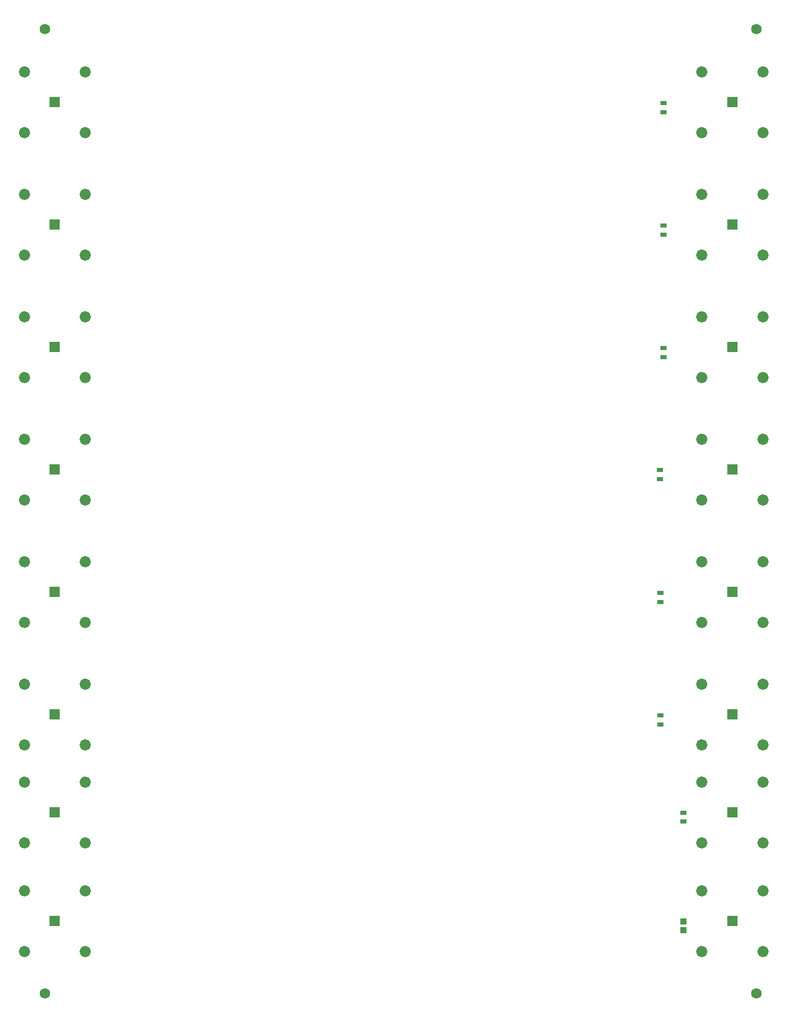
<source format=gbr>
%TF.GenerationSoftware,Altium Limited,Altium Designer,24.2.2 (26)*%
G04 Layer_Color=8388736*
%FSLAX25Y25*%
%MOIN*%
%TF.SameCoordinates,61B93A5C-ACDD-4E93-83ED-5FE4BE46D4D4*%
%TF.FilePolarity,Negative*%
%TF.FileFunction,Soldermask,Top*%
%TF.Part,Single*%
G01*
G75*
%TA.AperFunction,SMDPad,CuDef*%
%ADD10R,0.03937X0.02953*%
%ADD11R,0.03961X0.04153*%
%TA.AperFunction,ComponentPad*%
%ADD16R,0.06693X0.06693*%
%ADD17C,0.07284*%
%TA.AperFunction,WasherPad*%
%ADD24C,0.06800*%
D10*
X526200Y538947D02*
D03*
Y544853D02*
D03*
X526200Y618947D02*
D03*
Y624853D02*
D03*
X524100Y299047D02*
D03*
Y304953D02*
D03*
X523700Y379300D02*
D03*
Y385206D02*
D03*
X524100Y224953D02*
D03*
Y219047D02*
D03*
X526200Y464853D02*
D03*
Y458947D02*
D03*
X539100Y155547D02*
D03*
Y161453D02*
D03*
D11*
Y84643D02*
D03*
Y90357D02*
D03*
D16*
X571100Y385500D02*
D03*
Y545500D02*
D03*
X128500D02*
D03*
X571100Y625500D02*
D03*
X128500D02*
D03*
X571100Y305500D02*
D03*
Y225500D02*
D03*
Y465500D02*
D03*
X128500Y305500D02*
D03*
X571100Y161500D02*
D03*
Y90500D02*
D03*
X128500Y385500D02*
D03*
Y465500D02*
D03*
Y161500D02*
D03*
Y225500D02*
D03*
Y90500D02*
D03*
D17*
X590982Y365618D02*
D03*
X551218D02*
D03*
X590982Y405382D02*
D03*
X551218D02*
D03*
X590982Y525618D02*
D03*
X551218D02*
D03*
X590982Y565382D02*
D03*
X551218D02*
D03*
X148382Y525618D02*
D03*
X108618D02*
D03*
X148382Y565382D02*
D03*
X108618D02*
D03*
X551218Y645382D02*
D03*
X590982D02*
D03*
X551218Y605618D02*
D03*
X590982D02*
D03*
X148382D02*
D03*
X108618D02*
D03*
X148382Y645382D02*
D03*
X108618D02*
D03*
X551218Y325382D02*
D03*
X590982D02*
D03*
X551218Y285618D02*
D03*
X590982D02*
D03*
X551218Y245382D02*
D03*
X590982D02*
D03*
X551218Y205618D02*
D03*
X590982D02*
D03*
X551218Y485382D02*
D03*
X590982D02*
D03*
X551218Y445618D02*
D03*
X590982D02*
D03*
X108618Y325382D02*
D03*
X148382D02*
D03*
X108618Y285618D02*
D03*
X148382D02*
D03*
X590982Y141618D02*
D03*
X551218D02*
D03*
X590982Y181382D02*
D03*
X551218D02*
D03*
X590982Y70618D02*
D03*
X551218D02*
D03*
X590982Y110382D02*
D03*
X551218D02*
D03*
X148382Y365618D02*
D03*
X108618D02*
D03*
X148382Y405382D02*
D03*
X108618D02*
D03*
X148382Y445618D02*
D03*
X108618D02*
D03*
X148382Y485382D02*
D03*
X108618D02*
D03*
X148382Y141618D02*
D03*
X108618D02*
D03*
X148382Y181382D02*
D03*
X108618D02*
D03*
X148382Y205618D02*
D03*
X108618D02*
D03*
X148382Y245382D02*
D03*
X108618D02*
D03*
X148382Y70618D02*
D03*
X108618D02*
D03*
X148382Y110382D02*
D03*
X108618D02*
D03*
D24*
X586614Y43307D02*
D03*
X122047D02*
D03*
X122047Y673228D02*
D03*
X586614D02*
D03*
%TF.MD5,35fb49803860531cdf5e92a7121913a0*%
M02*

</source>
